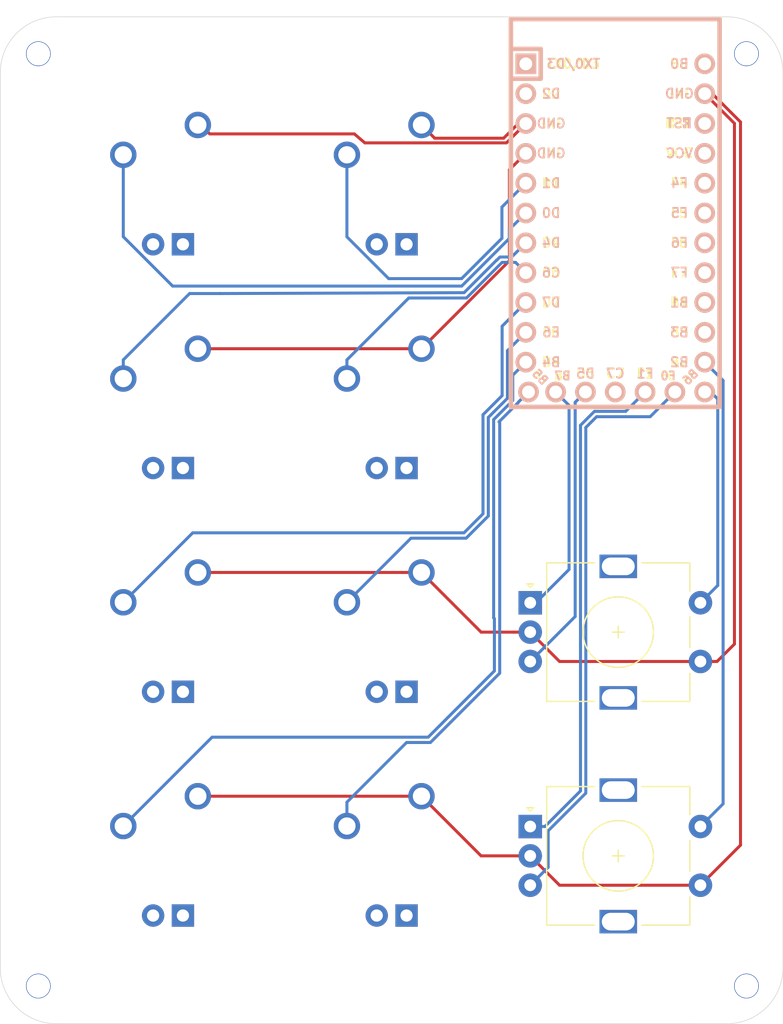
<source format=kicad_pcb>
(kicad_pcb (version 20171130) (host pcbnew "(5.1.5)-2")

  (general
    (thickness 1.6)
    (drawings 14)
    (tracks 137)
    (zones 0)
    (modules 11)
    (nets 28)
  )

  (page A4)
  (layers
    (0 F.Cu signal)
    (31 B.Cu signal)
    (32 B.Adhes user)
    (33 F.Adhes user)
    (34 B.Paste user)
    (35 F.Paste user)
    (36 B.SilkS user)
    (37 F.SilkS user)
    (38 B.Mask user)
    (39 F.Mask user)
    (40 Dwgs.User user)
    (41 Cmts.User user)
    (42 Eco1.User user)
    (43 Eco2.User user)
    (44 Edge.Cuts user)
    (45 Margin user)
    (46 B.CrtYd user)
    (47 F.CrtYd user)
    (48 B.Fab user)
    (49 F.Fab user)
  )

  (setup
    (last_trace_width 0.254)
    (trace_clearance 0.2)
    (zone_clearance 0.508)
    (zone_45_only no)
    (trace_min 0.2)
    (via_size 0.8)
    (via_drill 0.4)
    (via_min_size 0.4)
    (via_min_drill 0.3)
    (user_via 2.1 2)
    (uvia_size 0.3)
    (uvia_drill 0.1)
    (uvias_allowed no)
    (uvia_min_size 0.2)
    (uvia_min_drill 0.1)
    (edge_width 0.05)
    (segment_width 0.2)
    (pcb_text_width 0.3)
    (pcb_text_size 1.5 1.5)
    (mod_edge_width 0.12)
    (mod_text_size 1 1)
    (mod_text_width 0.15)
    (pad_size 1.524 1.524)
    (pad_drill 0.762)
    (pad_to_mask_clearance 0.051)
    (solder_mask_min_width 0.25)
    (aux_axis_origin 0 0)
    (visible_elements 7FFFFFFF)
    (pcbplotparams
      (layerselection 0x010fc_ffffffff)
      (usegerberextensions false)
      (usegerberattributes false)
      (usegerberadvancedattributes false)
      (creategerberjobfile false)
      (excludeedgelayer true)
      (linewidth 0.100000)
      (plotframeref false)
      (viasonmask false)
      (mode 1)
      (useauxorigin false)
      (hpglpennumber 1)
      (hpglpenspeed 20)
      (hpglpendiameter 15.000000)
      (psnegative false)
      (psa4output false)
      (plotreference true)
      (plotvalue true)
      (plotinvisibletext false)
      (padsonsilk false)
      (subtractmaskfromsilk false)
      (outputformat 1)
      (mirror false)
      (drillshape 0)
      (scaleselection 1)
      (outputdirectory "C:/Users/JasonNgo/Downloads/"))
  )

  (net 0 "")
  (net 1 SWA1)
  (net 2 GND)
  (net 3 SWB1)
  (net 4 SWB2)
  (net 5 SWC1)
  (net 6 SWC2)
  (net 7 SWD1)
  (net 8 SWD2)
  (net 9 "Net-(U1-Pad27)")
  (net 10 "Net-(U1-Pad24)")
  (net 11 "Net-(U1-Pad22)")
  (net 12 VCC)
  (net 13 SWA2)
  (net 14 "Net-(U1-Pad2)")
  (net 15 "Net-(U1-Pad1)")
  (net 16 Enc1A)
  (net 17 Enc1B)
  (net 18 SWC3)
  (net 19 Enc2A)
  (net 20 Enc2B)
  (net 21 SWD3)
  (net 22 "Net-(U1-Pad15)")
  (net 23 "Net-(U1-Pad16)")
  (net 24 "Net-(U1-Pad17)")
  (net 25 "Net-(U1-Pad18)")
  (net 26 "Net-(U1-Pad19)")
  (net 27 "Net-(U1-Pad20)")

  (net_class Default "This is the default net class."
    (clearance 0.2)
    (trace_width 0.254)
    (via_dia 0.8)
    (via_drill 0.4)
    (uvia_dia 0.3)
    (uvia_drill 0.1)
    (add_net Enc1A)
    (add_net Enc1B)
    (add_net Enc2A)
    (add_net Enc2B)
    (add_net GND)
    (add_net "Net-(U1-Pad1)")
    (add_net "Net-(U1-Pad15)")
    (add_net "Net-(U1-Pad16)")
    (add_net "Net-(U1-Pad17)")
    (add_net "Net-(U1-Pad18)")
    (add_net "Net-(U1-Pad19)")
    (add_net "Net-(U1-Pad2)")
    (add_net "Net-(U1-Pad20)")
    (add_net "Net-(U1-Pad22)")
    (add_net "Net-(U1-Pad24)")
    (add_net "Net-(U1-Pad27)")
    (add_net SWA1)
    (add_net SWA2)
    (add_net SWB1)
    (add_net SWB2)
    (add_net SWC1)
    (add_net SWC2)
    (add_net SWC3)
    (add_net SWD1)
    (add_net SWD2)
    (add_net SWD3)
    (add_net VCC)
  )

  (net_class Power ""
    (clearance 0.2)
    (trace_width 0.381)
    (via_dia 0.8)
    (via_drill 0.4)
    (uvia_dia 0.3)
    (uvia_drill 0.1)
  )

  (module Keebio-Parts:Elite-C (layer F.Cu) (tedit 5BDF551E) (tstamp 5DFAB5E7)
    (at 128.524 31.496 270)
    (path /5DFA8FFC)
    (fp_text reference U1 (at 0 1.625 270) (layer F.SilkS) hide
      (effects (font (size 1.2 1.2) (thickness 0.2032)))
    )
    (fp_text value Elite-C (at 0 0 270) (layer F.SilkS) hide
      (effects (font (size 1.2 1.2) (thickness 0.2032)))
    )
    (fp_line (start -12.7 6.35) (end -12.7 8.89) (layer B.SilkS) (width 0.381))
    (fp_line (start -15.24 6.35) (end -12.7 6.35) (layer B.SilkS) (width 0.381))
    (fp_text user D2 (at -11.43 5.461 180) (layer B.SilkS)
      (effects (font (size 0.8 0.8) (thickness 0.15)) (justify mirror))
    )
    (fp_text user D0 (at -1.27 5.461 180) (layer B.SilkS)
      (effects (font (size 0.8 0.8) (thickness 0.15)) (justify mirror))
    )
    (fp_text user D1 (at -3.81 5.461 180) (layer B.SilkS)
      (effects (font (size 0.8 0.8) (thickness 0.15)) (justify mirror))
    )
    (fp_text user GND (at -6.35 5.461 180) (layer B.SilkS)
      (effects (font (size 0.8 0.8) (thickness 0.15)) (justify mirror))
    )
    (fp_text user GND (at -8.89 5.461 180) (layer B.SilkS)
      (effects (font (size 0.8 0.8) (thickness 0.15)) (justify mirror))
    )
    (fp_text user D4 (at 1.27 5.461 180) (layer B.SilkS)
      (effects (font (size 0.8 0.8) (thickness 0.15)) (justify mirror))
    )
    (fp_text user C6 (at 3.81 5.461 180) (layer B.SilkS)
      (effects (font (size 0.8 0.8) (thickness 0.15)) (justify mirror))
    )
    (fp_text user D7 (at 6.35 5.461 180) (layer B.SilkS)
      (effects (font (size 0.8 0.8) (thickness 0.15)) (justify mirror))
    )
    (fp_text user E6 (at 8.89 5.461 180) (layer B.SilkS)
      (effects (font (size 0.8 0.8) (thickness 0.15)) (justify mirror))
    )
    (fp_text user B4 (at 11.43 5.461 180) (layer B.SilkS)
      (effects (font (size 0.8 0.8) (thickness 0.15)) (justify mirror))
    )
    (fp_text user B5 (at 12.7 6.4 135) (layer B.SilkS)
      (effects (font (size 0.7 0.7) (thickness 0.15)) (justify mirror))
    )
    (fp_text user B2 (at 11.43 -5.461 180) (layer F.SilkS)
      (effects (font (size 0.8 0.8) (thickness 0.15)))
    )
    (fp_text user B3 (at 8.89 -5.461 180) (layer B.SilkS)
      (effects (font (size 0.8 0.8) (thickness 0.15)) (justify mirror))
    )
    (fp_text user B1 (at 6.35 -5.461 180) (layer B.SilkS)
      (effects (font (size 0.8 0.8) (thickness 0.15)) (justify mirror))
    )
    (fp_text user F7 (at 3.81 -5.461 180) (layer F.SilkS)
      (effects (font (size 0.8 0.8) (thickness 0.15)))
    )
    (fp_text user F6 (at 1.27 -5.461 180) (layer F.SilkS)
      (effects (font (size 0.8 0.8) (thickness 0.15)))
    )
    (fp_text user F5 (at -1.27 -5.461 180) (layer F.SilkS)
      (effects (font (size 0.8 0.8) (thickness 0.15)))
    )
    (fp_text user F4 (at -3.81 -5.461 180) (layer B.SilkS)
      (effects (font (size 0.8 0.8) (thickness 0.15)) (justify mirror))
    )
    (fp_text user VCC (at -6.35 -5.461 180) (layer B.SilkS)
      (effects (font (size 0.8 0.8) (thickness 0.15)) (justify mirror))
    )
    (fp_text user GND (at -11.43 -5.461 180) (layer B.SilkS)
      (effects (font (size 0.8 0.8) (thickness 0.15)) (justify mirror))
    )
    (fp_text user B0 (at -13.97 -5.461 180) (layer B.SilkS)
      (effects (font (size 0.8 0.8) (thickness 0.15)) (justify mirror))
    )
    (fp_text user B0 (at -13.97 -5.461 180) (layer F.SilkS)
      (effects (font (size 0.8 0.8) (thickness 0.15)))
    )
    (fp_text user GND (at -11.43 -5.461 180) (layer F.SilkS)
      (effects (font (size 0.8 0.8) (thickness 0.15)))
    )
    (fp_text user ST (at -8.92 -5.73312 180) (layer F.SilkS)
      (effects (font (size 0.8 0.8) (thickness 0.15)))
    )
    (fp_text user VCC (at -6.35 -5.461 180) (layer F.SilkS)
      (effects (font (size 0.8 0.8) (thickness 0.15)))
    )
    (fp_text user F4 (at -3.81 -5.461 180) (layer F.SilkS)
      (effects (font (size 0.8 0.8) (thickness 0.15)))
    )
    (fp_text user F5 (at -1.27 -5.461 180) (layer B.SilkS)
      (effects (font (size 0.8 0.8) (thickness 0.15)) (justify mirror))
    )
    (fp_text user F6 (at 1.27 -5.461 180) (layer B.SilkS)
      (effects (font (size 0.8 0.8) (thickness 0.15)) (justify mirror))
    )
    (fp_text user F7 (at 3.81 -5.461 180) (layer B.SilkS)
      (effects (font (size 0.8 0.8) (thickness 0.15)) (justify mirror))
    )
    (fp_text user B1 (at 6.35 -5.461 180) (layer F.SilkS)
      (effects (font (size 0.8 0.8) (thickness 0.15)))
    )
    (fp_text user B3 (at 8.89 -5.461 180) (layer F.SilkS)
      (effects (font (size 0.8 0.8) (thickness 0.15)))
    )
    (fp_text user B2 (at 11.43 -5.461 180) (layer B.SilkS)
      (effects (font (size 0.8 0.8) (thickness 0.15)) (justify mirror))
    )
    (fp_text user B5 (at 12.7 6.4 135) (layer F.SilkS)
      (effects (font (size 0.7 0.7) (thickness 0.15)))
    )
    (fp_text user B4 (at 11.43 5.461 180) (layer F.SilkS)
      (effects (font (size 0.8 0.8) (thickness 0.15)))
    )
    (fp_text user E6 (at 8.89 5.461 180) (layer F.SilkS)
      (effects (font (size 0.8 0.8) (thickness 0.15)))
    )
    (fp_text user D7 (at 6.35 5.461 180) (layer F.SilkS)
      (effects (font (size 0.8 0.8) (thickness 0.15)))
    )
    (fp_text user C6 (at 3.81 5.461 180) (layer F.SilkS)
      (effects (font (size 0.8 0.8) (thickness 0.15)))
    )
    (fp_text user D4 (at 1.27 5.461 180) (layer F.SilkS)
      (effects (font (size 0.8 0.8) (thickness 0.15)))
    )
    (fp_text user GND (at -8.89 5.461 180) (layer F.SilkS)
      (effects (font (size 0.8 0.8) (thickness 0.15)))
    )
    (fp_text user GND (at -6.35 5.461 180) (layer F.SilkS)
      (effects (font (size 0.8 0.8) (thickness 0.15)))
    )
    (fp_text user D1 (at -3.81 5.461 180) (layer F.SilkS)
      (effects (font (size 0.8 0.8) (thickness 0.15)))
    )
    (fp_text user D0 (at -1.27 5.461 180) (layer F.SilkS)
      (effects (font (size 0.8 0.8) (thickness 0.15)))
    )
    (fp_text user D2 (at -11.43 5.461 180) (layer F.SilkS)
      (effects (font (size 0.8 0.8) (thickness 0.15)))
    )
    (fp_text user TX0/D3 (at -13.97 3.571872 180) (layer B.SilkS)
      (effects (font (size 0.8 0.8) (thickness 0.15)) (justify mirror))
    )
    (fp_text user TX0/D3 (at -13.97 3.571872 180) (layer F.SilkS)
      (effects (font (size 0.8 0.8) (thickness 0.15)))
    )
    (fp_line (start -15.24 8.89) (end 15.24 8.89) (layer F.SilkS) (width 0.381))
    (fp_line (start 15.24 8.89) (end 15.24 -8.89) (layer F.SilkS) (width 0.381))
    (fp_line (start 15.24 -8.89) (end -15.24 -8.89) (layer F.SilkS) (width 0.381))
    (fp_line (start -15.24 6.35) (end -12.7 6.35) (layer F.SilkS) (width 0.381))
    (fp_line (start -12.7 6.35) (end -12.7 8.89) (layer F.SilkS) (width 0.381))
    (fp_poly (pts (xy -9.36064 -4.931568) (xy -9.06064 -4.931568) (xy -9.06064 -4.831568) (xy -9.36064 -4.831568)) (layer F.SilkS) (width 0.15))
    (fp_poly (pts (xy -8.96064 -4.731568) (xy -8.86064 -4.731568) (xy -8.86064 -4.631568) (xy -8.96064 -4.631568)) (layer F.SilkS) (width 0.15))
    (fp_poly (pts (xy -9.36064 -4.931568) (xy -9.26064 -4.931568) (xy -9.26064 -4.431568) (xy -9.36064 -4.431568)) (layer F.SilkS) (width 0.15))
    (fp_poly (pts (xy -9.36064 -4.531568) (xy -8.56064 -4.531568) (xy -8.56064 -4.431568) (xy -9.36064 -4.431568)) (layer F.SilkS) (width 0.15))
    (fp_poly (pts (xy -8.76064 -4.931568) (xy -8.56064 -4.931568) (xy -8.56064 -4.831568) (xy -8.76064 -4.831568)) (layer F.SilkS) (width 0.15))
    (fp_text user ST (at -8.91 -5.04 180) (layer B.SilkS)
      (effects (font (size 0.8 0.8) (thickness 0.15)) (justify mirror))
    )
    (fp_poly (pts (xy -8.95097 -6.044635) (xy -8.85097 -6.044635) (xy -8.85097 -6.144635) (xy -8.95097 -6.144635)) (layer B.SilkS) (width 0.15))
    (fp_poly (pts (xy -9.35097 -6.244635) (xy -8.55097 -6.244635) (xy -8.55097 -6.344635) (xy -9.35097 -6.344635)) (layer B.SilkS) (width 0.15))
    (fp_poly (pts (xy -8.75097 -5.844635) (xy -8.55097 -5.844635) (xy -8.55097 -5.944635) (xy -8.75097 -5.944635)) (layer B.SilkS) (width 0.15))
    (fp_poly (pts (xy -9.35097 -5.844635) (xy -9.05097 -5.844635) (xy -9.05097 -5.944635) (xy -9.35097 -5.944635)) (layer B.SilkS) (width 0.15))
    (fp_poly (pts (xy -9.35097 -5.844635) (xy -9.25097 -5.844635) (xy -9.25097 -6.344635) (xy -9.35097 -6.344635)) (layer B.SilkS) (width 0.15))
    (fp_line (start 15.24 -8.89) (end -17.78 -8.89) (layer B.SilkS) (width 0.381))
    (fp_line (start 15.24 8.89) (end 15.24 -8.89) (layer B.SilkS) (width 0.381))
    (fp_line (start -17.78 8.89) (end 15.24 8.89) (layer B.SilkS) (width 0.381))
    (fp_line (start -17.78 -8.89) (end -17.78 8.89) (layer B.SilkS) (width 0.381))
    (fp_line (start -15.24 -8.89) (end -17.78 -8.89) (layer F.SilkS) (width 0.381))
    (fp_line (start -17.78 -8.89) (end -17.78 8.89) (layer F.SilkS) (width 0.381))
    (fp_line (start -17.78 8.89) (end -15.24 8.89) (layer F.SilkS) (width 0.381))
    (fp_line (start -14.224 -3.556) (end -14.224 3.81) (layer Dwgs.User) (width 0.2))
    (fp_line (start -14.224 3.81) (end -19.304 3.81) (layer Dwgs.User) (width 0.2))
    (fp_line (start -19.304 3.81) (end -19.304 -3.556) (layer Dwgs.User) (width 0.2))
    (fp_line (start -19.304 -3.556) (end -14.224 -3.556) (layer Dwgs.User) (width 0.2))
    (fp_line (start -15.24 6.35) (end -15.24 8.89) (layer B.SilkS) (width 0.381))
    (fp_line (start -15.24 6.35) (end -15.24 8.89) (layer F.SilkS) (width 0.381))
    (fp_text user B7 (at 12.6 4.5 180) (layer F.SilkS)
      (effects (font (size 0.7 0.7) (thickness 0.15)))
    )
    (fp_text user B7 (at 12.6 4.5 180) (layer B.SilkS)
      (effects (font (size 0.7 0.7) (thickness 0.15)) (justify mirror))
    )
    (fp_text user F0 (at 12.6 -4.5 180) (layer B.SilkS)
      (effects (font (size 0.7 0.7) (thickness 0.15)) (justify mirror))
    )
    (fp_text user F0 (at 12.6 -4.5 180) (layer F.SilkS)
      (effects (font (size 0.7 0.7) (thickness 0.15)))
    )
    (fp_text user B6 (at 12.7 -6.4 45 unlocked) (layer F.SilkS)
      (effects (font (size 0.7 0.7) (thickness 0.15)))
    )
    (fp_text user B6 (at 12.7 -6.4 45 unlocked) (layer B.SilkS)
      (effects (font (size 0.7 0.7) (thickness 0.15)) (justify mirror))
    )
    (fp_text user C7 (at 12.4 0 180) (layer F.SilkS)
      (effects (font (size 0.8 0.8) (thickness 0.15)))
    )
    (fp_text user C7 (at 12.4 0 180) (layer B.SilkS)
      (effects (font (size 0.8 0.8) (thickness 0.15)) (justify mirror))
    )
    (fp_text user F1 (at 12.4 -2.54 180) (layer B.SilkS)
      (effects (font (size 0.8 0.8) (thickness 0.15)) (justify mirror))
    )
    (fp_text user F1 (at 12.4 -2.54 180) (layer F.SilkS)
      (effects (font (size 0.8 0.8) (thickness 0.15)))
    )
    (fp_text user D5 (at 12.4 2.54 180) (layer F.SilkS)
      (effects (font (size 0.8 0.8) (thickness 0.15)))
    )
    (fp_text user D5 (at 12.4 2.54 180) (layer B.SilkS)
      (effects (font (size 0.8 0.8) (thickness 0.15)) (justify mirror))
    )
    (pad 1 thru_hole rect (at -13.97 7.62 270) (size 1.7526 1.7526) (drill 1.0922) (layers *.Cu *.SilkS *.Mask)
      (net 15 "Net-(U1-Pad1)"))
    (pad 2 thru_hole circle (at -11.43 7.62 270) (size 1.7526 1.7526) (drill 1.0922) (layers *.Cu *.SilkS *.Mask)
      (net 14 "Net-(U1-Pad2)"))
    (pad 3 thru_hole circle (at -8.89 7.62 270) (size 1.7526 1.7526) (drill 1.0922) (layers *.Cu *.SilkS *.Mask)
      (net 2 GND))
    (pad 4 thru_hole circle (at -6.35 7.62 270) (size 1.7526 1.7526) (drill 1.0922) (layers *.Cu *.SilkS *.Mask)
      (net 2 GND))
    (pad 5 thru_hole circle (at -3.81 7.62 270) (size 1.7526 1.7526) (drill 1.0922) (layers *.Cu *.SilkS *.Mask)
      (net 13 SWA2))
    (pad 6 thru_hole circle (at -1.27 7.62 270) (size 1.7526 1.7526) (drill 1.0922) (layers *.Cu *.SilkS *.Mask)
      (net 1 SWA1))
    (pad 7 thru_hole circle (at 1.27 7.62 270) (size 1.7526 1.7526) (drill 1.0922) (layers *.Cu *.SilkS *.Mask)
      (net 3 SWB1))
    (pad 8 thru_hole circle (at 3.81 7.62 270) (size 1.7526 1.7526) (drill 1.0922) (layers *.Cu *.SilkS *.Mask)
      (net 4 SWB2))
    (pad 9 thru_hole circle (at 6.35 7.62 270) (size 1.7526 1.7526) (drill 1.0922) (layers *.Cu *.SilkS *.Mask)
      (net 5 SWC1))
    (pad 10 thru_hole circle (at 8.89 7.62 270) (size 1.7526 1.7526) (drill 1.0922) (layers *.Cu *.SilkS *.Mask)
      (net 6 SWC2))
    (pad 11 thru_hole circle (at 11.43 7.62 270) (size 1.7526 1.7526) (drill 1.0922) (layers *.Cu *.SilkS *.Mask)
      (net 7 SWD1))
    (pad 13 thru_hole circle (at 13.97 -7.62 270) (size 1.7526 1.7526) (drill 1.0922) (layers *.Cu *.SilkS *.Mask)
      (net 18 SWC3))
    (pad 14 thru_hole circle (at 11.43 -7.62 270) (size 1.7526 1.7526) (drill 1.0922) (layers *.Cu *.SilkS *.Mask)
      (net 21 SWD3))
    (pad 15 thru_hole circle (at 8.89 -7.62 270) (size 1.7526 1.7526) (drill 1.0922) (layers *.Cu *.SilkS *.Mask)
      (net 22 "Net-(U1-Pad15)"))
    (pad 16 thru_hole circle (at 6.35 -7.62 270) (size 1.7526 1.7526) (drill 1.0922) (layers *.Cu *.SilkS *.Mask)
      (net 23 "Net-(U1-Pad16)"))
    (pad 17 thru_hole circle (at 3.81 -7.62 270) (size 1.7526 1.7526) (drill 1.0922) (layers *.Cu *.SilkS *.Mask)
      (net 24 "Net-(U1-Pad17)"))
    (pad 18 thru_hole circle (at 1.27 -7.62 270) (size 1.7526 1.7526) (drill 1.0922) (layers *.Cu *.SilkS *.Mask)
      (net 25 "Net-(U1-Pad18)"))
    (pad 19 thru_hole circle (at -1.27 -7.62 270) (size 1.7526 1.7526) (drill 1.0922) (layers *.Cu *.SilkS *.Mask)
      (net 26 "Net-(U1-Pad19)"))
    (pad 20 thru_hole circle (at -3.81 -7.62 270) (size 1.7526 1.7526) (drill 1.0922) (layers *.Cu *.SilkS *.Mask)
      (net 27 "Net-(U1-Pad20)"))
    (pad 21 thru_hole circle (at -6.35 -7.62 270) (size 1.7526 1.7526) (drill 1.0922) (layers *.Cu *.SilkS *.Mask)
      (net 12 VCC))
    (pad 22 thru_hole circle (at -8.89 -7.62 270) (size 1.7526 1.7526) (drill 1.0922) (layers *.Cu *.SilkS *.Mask)
      (net 11 "Net-(U1-Pad22)"))
    (pad 23 thru_hole circle (at -11.43 -7.62 270) (size 1.7526 1.7526) (drill 1.0922) (layers *.Cu *.SilkS *.Mask)
      (net 2 GND))
    (pad 12 thru_hole circle (at 13.97 7.3914 270) (size 1.7526 1.7526) (drill 1.0922) (layers *.Cu *.SilkS *.Mask)
      (net 8 SWD2))
    (pad 24 thru_hole circle (at -13.97 -7.62 270) (size 1.7526 1.7526) (drill 1.0922) (layers *.Cu *.SilkS *.Mask)
      (net 10 "Net-(U1-Pad24)"))
    (pad 29 thru_hole circle (at 13.97 -5.08 270) (size 1.7526 1.7526) (drill 1.0922) (layers *.Cu *.SilkS *.Mask)
      (net 20 Enc2B))
    (pad 28 thru_hole circle (at 13.97 -2.54 270) (size 1.7526 1.7526) (drill 1.0922) (layers *.Cu *.SilkS *.Mask)
      (net 19 Enc2A))
    (pad 27 thru_hole circle (at 13.97 0 270) (size 1.7526 1.7526) (drill 1.0922) (layers *.Cu *.SilkS *.Mask)
      (net 9 "Net-(U1-Pad27)"))
    (pad 26 thru_hole circle (at 13.97 2.54 270) (size 1.7526 1.7526) (drill 1.0922) (layers *.Cu *.SilkS *.Mask)
      (net 17 Enc1B))
    (pad 25 thru_hole circle (at 13.97 5.08 270) (size 1.7526 1.7526) (drill 1.0922) (layers *.Cu *.SilkS *.Mask)
      (net 16 Enc1A))
    (model /Users/danny/Documents/proj/custom-keyboard/kicad-libs/3d_models/ArduinoProMicro.wrl
      (offset (xyz -13.96999979019165 -7.619999885559082 -5.841999912261963))
      (scale (xyz 0.395 0.395 0.395))
      (rotate (xyz 90 180 180))
    )
  )

  (module Keebio-Parts:RotaryEncoder_EC11 (layer F.Cu) (tedit 5D936EDB) (tstamp 5DFD99DB)
    (at 128.778 84.963)
    (descr "Alps rotary encoder, EC12E... with switch, vertical shaft, http://www.alps.com/prod/info/E/HTML/Encoder/Incremental/EC11/EC11E15204A3.html")
    (tags "rotary encoder")
    (path /5E04C0DB)
    (fp_text reference SW_E2 (at -4.7 -7.2) (layer F.Fab)
      (effects (font (size 1 1) (thickness 0.15)))
    )
    (fp_text value Rotary_Encoder_Switch (at 0 7.9) (layer F.Fab)
      (effects (font (size 1 1) (thickness 0.15)))
    )
    (fp_circle (center 0 0) (end 3 0) (layer F.Fab) (width 0.12))
    (fp_circle (center 0 0) (end 3 0) (layer F.SilkS) (width 0.12))
    (fp_line (start 8.5 7.1) (end -9 7.1) (layer F.CrtYd) (width 0.05))
    (fp_line (start 8.5 7.1) (end 8.5 -7.1) (layer F.CrtYd) (width 0.05))
    (fp_line (start -9 -7.1) (end -9 7.1) (layer F.CrtYd) (width 0.05))
    (fp_line (start -9 -7.1) (end 8.5 -7.1) (layer F.CrtYd) (width 0.05))
    (fp_line (start -5 -5.8) (end 6 -5.8) (layer F.Fab) (width 0.12))
    (fp_line (start 6 -5.8) (end 6 5.8) (layer F.Fab) (width 0.12))
    (fp_line (start 6 5.8) (end -6 5.8) (layer F.Fab) (width 0.12))
    (fp_line (start -6 5.8) (end -6 -4.7) (layer F.Fab) (width 0.12))
    (fp_line (start -6 -4.7) (end -5 -5.8) (layer F.Fab) (width 0.12))
    (fp_line (start 2 -5.9) (end 6.1 -5.9) (layer F.SilkS) (width 0.12))
    (fp_line (start 6.1 5.9) (end 2 5.9) (layer F.SilkS) (width 0.12))
    (fp_line (start -2 5.9) (end -6.1 5.9) (layer F.SilkS) (width 0.12))
    (fp_line (start -2 -5.9) (end -6.1 -5.9) (layer F.SilkS) (width 0.12))
    (fp_line (start -6.1 -5.9) (end -6.1 5.9) (layer F.SilkS) (width 0.12))
    (fp_line (start -7.5 -3.8) (end -7.8 -4.1) (layer F.SilkS) (width 0.12))
    (fp_line (start -7.8 -4.1) (end -7.2 -4.1) (layer F.SilkS) (width 0.12))
    (fp_line (start -7.2 -4.1) (end -7.5 -3.8) (layer F.SilkS) (width 0.12))
    (fp_line (start 0 -3) (end 0 3) (layer F.Fab) (width 0.12))
    (fp_line (start -3 0) (end 3 0) (layer F.Fab) (width 0.12))
    (fp_line (start 6.1 -5.9) (end 6.1 -3.5) (layer F.SilkS) (width 0.12))
    (fp_line (start 6.1 -1.3) (end 6.1 1.3) (layer F.SilkS) (width 0.12))
    (fp_line (start 6.1 3.5) (end 6.1 5.9) (layer F.SilkS) (width 0.12))
    (fp_line (start 0 -0.5) (end 0 0.5) (layer F.SilkS) (width 0.12))
    (fp_line (start -0.5 0) (end 0.5 0) (layer F.SilkS) (width 0.12))
    (fp_text user %R (at 3.6 3.8) (layer F.Fab)
      (effects (font (size 1 1) (thickness 0.15)))
    )
    (pad S1 thru_hole circle (at 7 2.5) (size 2 2) (drill 1) (layers *.Cu *.Mask)
      (net 2 GND))
    (pad S2 thru_hole circle (at 7 -2.5) (size 2 2) (drill 1) (layers *.Cu *.Mask)
      (net 21 SWD3))
    (pad "" np_thru_hole rect (at 0 5.6) (size 3.2 2) (drill oval 2.8 1.5) (layers *.Cu *.Mask))
    (pad "" np_thru_hole rect (at 0 -5.6) (size 3.2 2) (drill oval 2.8 1.5) (layers *.Cu *.Mask))
    (pad B thru_hole circle (at -7.5 2.5) (size 2 2) (drill 1) (layers *.Cu *.Mask)
      (net 20 Enc2B))
    (pad C thru_hole circle (at -7.5 0) (size 2 2) (drill 1) (layers *.Cu *.Mask)
      (net 2 GND))
    (pad A thru_hole rect (at -7.5 -2.5) (size 2 2) (drill 1) (layers *.Cu *.Mask)
      (net 19 Enc2A))
    (model ${KISYS3DMOD}/Rotary_Encoder.3dshapes/RotaryEncoder_Alps_EC11E-Switch_Vertical_H20mm.wrl
      (at (xyz 0 0 0))
      (scale (xyz 1 1 1))
      (rotate (xyz 0 0 0))
    )
  )

  (module MX_Only:MXOnly-1U (layer F.Cu) (tedit 5AC9901D) (tstamp 5DFAB4E4)
    (at 109.474 27.813)
    (path /5E034F42)
    (fp_text reference SW_A2 (at 0 3.175) (layer Dwgs.User)
      (effects (font (size 1 1) (thickness 0.15)))
    )
    (fp_text value MX_LED (at 0 -7.9375) (layer Dwgs.User)
      (effects (font (size 1 1) (thickness 0.15)))
    )
    (fp_line (start 5 -7) (end 7 -7) (layer Dwgs.User) (width 0.15))
    (fp_line (start 7 -7) (end 7 -5) (layer Dwgs.User) (width 0.15))
    (fp_line (start 5 7) (end 7 7) (layer Dwgs.User) (width 0.15))
    (fp_line (start 7 7) (end 7 5) (layer Dwgs.User) (width 0.15))
    (fp_line (start -7 5) (end -7 7) (layer Dwgs.User) (width 0.15))
    (fp_line (start -7 7) (end -5 7) (layer Dwgs.User) (width 0.15))
    (fp_line (start -5 -7) (end -7 -7) (layer Dwgs.User) (width 0.15))
    (fp_line (start -7 -7) (end -7 -5) (layer Dwgs.User) (width 0.15))
    (fp_line (start -9.525 -9.525) (end 9.525 -9.525) (layer Dwgs.User) (width 0.15))
    (fp_line (start 9.525 -9.525) (end 9.525 9.525) (layer Dwgs.User) (width 0.15))
    (fp_line (start 9.525 9.525) (end -9.525 9.525) (layer Dwgs.User) (width 0.15))
    (fp_line (start -9.525 9.525) (end -9.525 -9.525) (layer Dwgs.User) (width 0.15))
    (pad 2 thru_hole circle (at 2.54 -5.08) (size 2.25 2.25) (drill 1.47) (layers *.Cu B.Mask)
      (net 2 GND))
    (pad "" np_thru_hole circle (at 0 0) (size 3.9878 3.9878) (drill 3.9878) (layers *.Cu *.Mask))
    (pad 1 thru_hole circle (at -3.81 -2.54) (size 2.25 2.25) (drill 1.47) (layers *.Cu B.Mask)
      (net 13 SWA2))
    (pad 3 thru_hole circle (at -1.27 5.08) (size 1.905 1.905) (drill 1.04) (layers *.Cu B.Mask))
    (pad 4 thru_hole rect (at 1.27 5.08) (size 1.905 1.905) (drill 1.04) (layers *.Cu B.Mask))
    (pad "" np_thru_hole circle (at -5.08 0 48.0996) (size 1.75 1.75) (drill 1.75) (layers *.Cu *.Mask))
    (pad "" np_thru_hole circle (at 5.08 0 48.0996) (size 1.75 1.75) (drill 1.75) (layers *.Cu *.Mask))
  )

  (module Keebio-Parts:RotaryEncoder_EC11 (layer F.Cu) (tedit 5D936EDB) (tstamp 5DFD97D0)
    (at 128.778 65.913)
    (descr "Alps rotary encoder, EC12E... with switch, vertical shaft, http://www.alps.com/prod/info/E/HTML/Encoder/Incremental/EC11/EC11E15204A3.html")
    (tags "rotary encoder")
    (path /5E04A0CF)
    (fp_text reference SW_E1 (at -4.7 -7.2) (layer F.Fab)
      (effects (font (size 1 1) (thickness 0.15)))
    )
    (fp_text value Rotary_Encoder_Switch (at 0 7.9) (layer F.Fab)
      (effects (font (size 1 1) (thickness 0.15)))
    )
    (fp_text user %R (at 3.6 3.8) (layer F.Fab)
      (effects (font (size 1 1) (thickness 0.15)))
    )
    (fp_line (start -0.5 0) (end 0.5 0) (layer F.SilkS) (width 0.12))
    (fp_line (start 0 -0.5) (end 0 0.5) (layer F.SilkS) (width 0.12))
    (fp_line (start 6.1 3.5) (end 6.1 5.9) (layer F.SilkS) (width 0.12))
    (fp_line (start 6.1 -1.3) (end 6.1 1.3) (layer F.SilkS) (width 0.12))
    (fp_line (start 6.1 -5.9) (end 6.1 -3.5) (layer F.SilkS) (width 0.12))
    (fp_line (start -3 0) (end 3 0) (layer F.Fab) (width 0.12))
    (fp_line (start 0 -3) (end 0 3) (layer F.Fab) (width 0.12))
    (fp_line (start -7.2 -4.1) (end -7.5 -3.8) (layer F.SilkS) (width 0.12))
    (fp_line (start -7.8 -4.1) (end -7.2 -4.1) (layer F.SilkS) (width 0.12))
    (fp_line (start -7.5 -3.8) (end -7.8 -4.1) (layer F.SilkS) (width 0.12))
    (fp_line (start -6.1 -5.9) (end -6.1 5.9) (layer F.SilkS) (width 0.12))
    (fp_line (start -2 -5.9) (end -6.1 -5.9) (layer F.SilkS) (width 0.12))
    (fp_line (start -2 5.9) (end -6.1 5.9) (layer F.SilkS) (width 0.12))
    (fp_line (start 6.1 5.9) (end 2 5.9) (layer F.SilkS) (width 0.12))
    (fp_line (start 2 -5.9) (end 6.1 -5.9) (layer F.SilkS) (width 0.12))
    (fp_line (start -6 -4.7) (end -5 -5.8) (layer F.Fab) (width 0.12))
    (fp_line (start -6 5.8) (end -6 -4.7) (layer F.Fab) (width 0.12))
    (fp_line (start 6 5.8) (end -6 5.8) (layer F.Fab) (width 0.12))
    (fp_line (start 6 -5.8) (end 6 5.8) (layer F.Fab) (width 0.12))
    (fp_line (start -5 -5.8) (end 6 -5.8) (layer F.Fab) (width 0.12))
    (fp_line (start -9 -7.1) (end 8.5 -7.1) (layer F.CrtYd) (width 0.05))
    (fp_line (start -9 -7.1) (end -9 7.1) (layer F.CrtYd) (width 0.05))
    (fp_line (start 8.5 7.1) (end 8.5 -7.1) (layer F.CrtYd) (width 0.05))
    (fp_line (start 8.5 7.1) (end -9 7.1) (layer F.CrtYd) (width 0.05))
    (fp_circle (center 0 0) (end 3 0) (layer F.SilkS) (width 0.12))
    (fp_circle (center 0 0) (end 3 0) (layer F.Fab) (width 0.12))
    (pad A thru_hole rect (at -7.5 -2.5) (size 2 2) (drill 1) (layers *.Cu *.Mask)
      (net 16 Enc1A))
    (pad C thru_hole circle (at -7.5 0) (size 2 2) (drill 1) (layers *.Cu *.Mask)
      (net 2 GND))
    (pad B thru_hole circle (at -7.5 2.5) (size 2 2) (drill 1) (layers *.Cu *.Mask)
      (net 17 Enc1B))
    (pad "" np_thru_hole rect (at 0 -5.6) (size 3.2 2) (drill oval 2.8 1.5) (layers *.Cu *.Mask))
    (pad "" np_thru_hole rect (at 0 5.6) (size 3.2 2) (drill oval 2.8 1.5) (layers *.Cu *.Mask))
    (pad S2 thru_hole circle (at 7 -2.5) (size 2 2) (drill 1) (layers *.Cu *.Mask)
      (net 18 SWC3))
    (pad S1 thru_hole circle (at 7 2.5) (size 2 2) (drill 1) (layers *.Cu *.Mask)
      (net 2 GND))
    (model ${KISYS3DMOD}/Rotary_Encoder.3dshapes/RotaryEncoder_Alps_EC11E-Switch_Vertical_H20mm.wrl
      (at (xyz 0 0 0))
      (scale (xyz 1 1 1))
      (rotate (xyz 0 0 0))
    )
  )

  (module MX_Only:MXOnly-1U (layer F.Cu) (tedit 5AC9901D) (tstamp 5DFAB4FB)
    (at 90.424 46.863)
    (path /5E038B86)
    (fp_text reference SW_B1 (at 0 3.175) (layer Dwgs.User)
      (effects (font (size 1 1) (thickness 0.15)))
    )
    (fp_text value MX_LED (at 0 -7.9375) (layer Dwgs.User)
      (effects (font (size 1 1) (thickness 0.15)))
    )
    (fp_line (start -9.525 9.525) (end -9.525 -9.525) (layer Dwgs.User) (width 0.15))
    (fp_line (start 9.525 9.525) (end -9.525 9.525) (layer Dwgs.User) (width 0.15))
    (fp_line (start 9.525 -9.525) (end 9.525 9.525) (layer Dwgs.User) (width 0.15))
    (fp_line (start -9.525 -9.525) (end 9.525 -9.525) (layer Dwgs.User) (width 0.15))
    (fp_line (start -7 -7) (end -7 -5) (layer Dwgs.User) (width 0.15))
    (fp_line (start -5 -7) (end -7 -7) (layer Dwgs.User) (width 0.15))
    (fp_line (start -7 7) (end -5 7) (layer Dwgs.User) (width 0.15))
    (fp_line (start -7 5) (end -7 7) (layer Dwgs.User) (width 0.15))
    (fp_line (start 7 7) (end 7 5) (layer Dwgs.User) (width 0.15))
    (fp_line (start 5 7) (end 7 7) (layer Dwgs.User) (width 0.15))
    (fp_line (start 7 -7) (end 7 -5) (layer Dwgs.User) (width 0.15))
    (fp_line (start 5 -7) (end 7 -7) (layer Dwgs.User) (width 0.15))
    (pad "" np_thru_hole circle (at 5.08 0 48.0996) (size 1.75 1.75) (drill 1.75) (layers *.Cu *.Mask))
    (pad "" np_thru_hole circle (at -5.08 0 48.0996) (size 1.75 1.75) (drill 1.75) (layers *.Cu *.Mask))
    (pad 4 thru_hole rect (at 1.27 5.08) (size 1.905 1.905) (drill 1.04) (layers *.Cu B.Mask))
    (pad 3 thru_hole circle (at -1.27 5.08) (size 1.905 1.905) (drill 1.04) (layers *.Cu B.Mask))
    (pad 1 thru_hole circle (at -3.81 -2.54) (size 2.25 2.25) (drill 1.47) (layers *.Cu B.Mask)
      (net 3 SWB1))
    (pad "" np_thru_hole circle (at 0 0) (size 3.9878 3.9878) (drill 3.9878) (layers *.Cu *.Mask))
    (pad 2 thru_hole circle (at 2.54 -5.08) (size 2.25 2.25) (drill 1.47) (layers *.Cu B.Mask)
      (net 2 GND))
  )

  (module MX_Only:MXOnly-1U (layer F.Cu) (tedit 5AC9901D) (tstamp 5DFAB56E)
    (at 109.474 84.963)
    (path /5E03A31C)
    (fp_text reference SW_D2 (at 0 3.175) (layer Dwgs.User)
      (effects (font (size 1 1) (thickness 0.15)))
    )
    (fp_text value MX_LED (at 0 -7.9375) (layer Dwgs.User)
      (effects (font (size 1 1) (thickness 0.15)))
    )
    (fp_line (start -9.525 9.525) (end -9.525 -9.525) (layer Dwgs.User) (width 0.15))
    (fp_line (start 9.525 9.525) (end -9.525 9.525) (layer Dwgs.User) (width 0.15))
    (fp_line (start 9.525 -9.525) (end 9.525 9.525) (layer Dwgs.User) (width 0.15))
    (fp_line (start -9.525 -9.525) (end 9.525 -9.525) (layer Dwgs.User) (width 0.15))
    (fp_line (start -7 -7) (end -7 -5) (layer Dwgs.User) (width 0.15))
    (fp_line (start -5 -7) (end -7 -7) (layer Dwgs.User) (width 0.15))
    (fp_line (start -7 7) (end -5 7) (layer Dwgs.User) (width 0.15))
    (fp_line (start -7 5) (end -7 7) (layer Dwgs.User) (width 0.15))
    (fp_line (start 7 7) (end 7 5) (layer Dwgs.User) (width 0.15))
    (fp_line (start 5 7) (end 7 7) (layer Dwgs.User) (width 0.15))
    (fp_line (start 7 -7) (end 7 -5) (layer Dwgs.User) (width 0.15))
    (fp_line (start 5 -7) (end 7 -7) (layer Dwgs.User) (width 0.15))
    (pad "" np_thru_hole circle (at 5.08 0 48.0996) (size 1.75 1.75) (drill 1.75) (layers *.Cu *.Mask))
    (pad "" np_thru_hole circle (at -5.08 0 48.0996) (size 1.75 1.75) (drill 1.75) (layers *.Cu *.Mask))
    (pad 4 thru_hole rect (at 1.27 5.08) (size 1.905 1.905) (drill 1.04) (layers *.Cu B.Mask))
    (pad 3 thru_hole circle (at -1.27 5.08) (size 1.905 1.905) (drill 1.04) (layers *.Cu B.Mask))
    (pad 1 thru_hole circle (at -3.81 -2.54) (size 2.25 2.25) (drill 1.47) (layers *.Cu B.Mask)
      (net 8 SWD2))
    (pad "" np_thru_hole circle (at 0 0) (size 3.9878 3.9878) (drill 3.9878) (layers *.Cu *.Mask))
    (pad 2 thru_hole circle (at 2.54 -5.08) (size 2.25 2.25) (drill 1.47) (layers *.Cu B.Mask)
      (net 2 GND))
  )

  (module MX_Only:MXOnly-1U (layer F.Cu) (tedit 5AC9901D) (tstamp 5DFAB557)
    (at 90.424 84.963)
    (path /5E03A316)
    (fp_text reference SW_D1 (at 0 3.175) (layer Dwgs.User)
      (effects (font (size 1 1) (thickness 0.15)))
    )
    (fp_text value MX_LED (at 0 -7.9375) (layer Dwgs.User)
      (effects (font (size 1 1) (thickness 0.15)))
    )
    (fp_line (start -9.525 9.525) (end -9.525 -9.525) (layer Dwgs.User) (width 0.15))
    (fp_line (start 9.525 9.525) (end -9.525 9.525) (layer Dwgs.User) (width 0.15))
    (fp_line (start 9.525 -9.525) (end 9.525 9.525) (layer Dwgs.User) (width 0.15))
    (fp_line (start -9.525 -9.525) (end 9.525 -9.525) (layer Dwgs.User) (width 0.15))
    (fp_line (start -7 -7) (end -7 -5) (layer Dwgs.User) (width 0.15))
    (fp_line (start -5 -7) (end -7 -7) (layer Dwgs.User) (width 0.15))
    (fp_line (start -7 7) (end -5 7) (layer Dwgs.User) (width 0.15))
    (fp_line (start -7 5) (end -7 7) (layer Dwgs.User) (width 0.15))
    (fp_line (start 7 7) (end 7 5) (layer Dwgs.User) (width 0.15))
    (fp_line (start 5 7) (end 7 7) (layer Dwgs.User) (width 0.15))
    (fp_line (start 7 -7) (end 7 -5) (layer Dwgs.User) (width 0.15))
    (fp_line (start 5 -7) (end 7 -7) (layer Dwgs.User) (width 0.15))
    (pad "" np_thru_hole circle (at 5.08 0 48.0996) (size 1.75 1.75) (drill 1.75) (layers *.Cu *.Mask))
    (pad "" np_thru_hole circle (at -5.08 0 48.0996) (size 1.75 1.75) (drill 1.75) (layers *.Cu *.Mask))
    (pad 4 thru_hole rect (at 1.27 5.08) (size 1.905 1.905) (drill 1.04) (layers *.Cu B.Mask))
    (pad 3 thru_hole circle (at -1.27 5.08) (size 1.905 1.905) (drill 1.04) (layers *.Cu B.Mask))
    (pad 1 thru_hole circle (at -3.81 -2.54) (size 2.25 2.25) (drill 1.47) (layers *.Cu B.Mask)
      (net 7 SWD1))
    (pad "" np_thru_hole circle (at 0 0) (size 3.9878 3.9878) (drill 3.9878) (layers *.Cu *.Mask))
    (pad 2 thru_hole circle (at 2.54 -5.08) (size 2.25 2.25) (drill 1.47) (layers *.Cu B.Mask)
      (net 2 GND))
  )

  (module MX_Only:MXOnly-1U (layer F.Cu) (tedit 5AC9901D) (tstamp 5DFAB540)
    (at 109.474 65.913)
    (path /5E039330)
    (fp_text reference SW_C2 (at 0 3.175) (layer Dwgs.User)
      (effects (font (size 1 1) (thickness 0.15)))
    )
    (fp_text value MX_LED (at 0 -7.9375) (layer Dwgs.User)
      (effects (font (size 1 1) (thickness 0.15)))
    )
    (fp_line (start -9.525 9.525) (end -9.525 -9.525) (layer Dwgs.User) (width 0.15))
    (fp_line (start 9.525 9.525) (end -9.525 9.525) (layer Dwgs.User) (width 0.15))
    (fp_line (start 9.525 -9.525) (end 9.525 9.525) (layer Dwgs.User) (width 0.15))
    (fp_line (start -9.525 -9.525) (end 9.525 -9.525) (layer Dwgs.User) (width 0.15))
    (fp_line (start -7 -7) (end -7 -5) (layer Dwgs.User) (width 0.15))
    (fp_line (start -5 -7) (end -7 -7) (layer Dwgs.User) (width 0.15))
    (fp_line (start -7 7) (end -5 7) (layer Dwgs.User) (width 0.15))
    (fp_line (start -7 5) (end -7 7) (layer Dwgs.User) (width 0.15))
    (fp_line (start 7 7) (end 7 5) (layer Dwgs.User) (width 0.15))
    (fp_line (start 5 7) (end 7 7) (layer Dwgs.User) (width 0.15))
    (fp_line (start 7 -7) (end 7 -5) (layer Dwgs.User) (width 0.15))
    (fp_line (start 5 -7) (end 7 -7) (layer Dwgs.User) (width 0.15))
    (pad "" np_thru_hole circle (at 5.08 0 48.0996) (size 1.75 1.75) (drill 1.75) (layers *.Cu *.Mask))
    (pad "" np_thru_hole circle (at -5.08 0 48.0996) (size 1.75 1.75) (drill 1.75) (layers *.Cu *.Mask))
    (pad 4 thru_hole rect (at 1.27 5.08) (size 1.905 1.905) (drill 1.04) (layers *.Cu B.Mask))
    (pad 3 thru_hole circle (at -1.27 5.08) (size 1.905 1.905) (drill 1.04) (layers *.Cu B.Mask))
    (pad 1 thru_hole circle (at -3.81 -2.54) (size 2.25 2.25) (drill 1.47) (layers *.Cu B.Mask)
      (net 6 SWC2))
    (pad "" np_thru_hole circle (at 0 0) (size 3.9878 3.9878) (drill 3.9878) (layers *.Cu *.Mask))
    (pad 2 thru_hole circle (at 2.54 -5.08) (size 2.25 2.25) (drill 1.47) (layers *.Cu B.Mask)
      (net 2 GND))
  )

  (module MX_Only:MXOnly-1U (layer F.Cu) (tedit 5AC9901D) (tstamp 5DFAB529)
    (at 90.424 65.913)
    (path /5E03932A)
    (fp_text reference SW_C1 (at 0 3.175) (layer Dwgs.User)
      (effects (font (size 1 1) (thickness 0.15)))
    )
    (fp_text value MX_LED (at 0 -7.9375) (layer Dwgs.User)
      (effects (font (size 1 1) (thickness 0.15)))
    )
    (fp_line (start -9.525 9.525) (end -9.525 -9.525) (layer Dwgs.User) (width 0.15))
    (fp_line (start 9.525 9.525) (end -9.525 9.525) (layer Dwgs.User) (width 0.15))
    (fp_line (start 9.525 -9.525) (end 9.525 9.525) (layer Dwgs.User) (width 0.15))
    (fp_line (start -9.525 -9.525) (end 9.525 -9.525) (layer Dwgs.User) (width 0.15))
    (fp_line (start -7 -7) (end -7 -5) (layer Dwgs.User) (width 0.15))
    (fp_line (start -5 -7) (end -7 -7) (layer Dwgs.User) (width 0.15))
    (fp_line (start -7 7) (end -5 7) (layer Dwgs.User) (width 0.15))
    (fp_line (start -7 5) (end -7 7) (layer Dwgs.User) (width 0.15))
    (fp_line (start 7 7) (end 7 5) (layer Dwgs.User) (width 0.15))
    (fp_line (start 5 7) (end 7 7) (layer Dwgs.User) (width 0.15))
    (fp_line (start 7 -7) (end 7 -5) (layer Dwgs.User) (width 0.15))
    (fp_line (start 5 -7) (end 7 -7) (layer Dwgs.User) (width 0.15))
    (pad "" np_thru_hole circle (at 5.08 0 48.0996) (size 1.75 1.75) (drill 1.75) (layers *.Cu *.Mask))
    (pad "" np_thru_hole circle (at -5.08 0 48.0996) (size 1.75 1.75) (drill 1.75) (layers *.Cu *.Mask))
    (pad 4 thru_hole rect (at 1.27 5.08) (size 1.905 1.905) (drill 1.04) (layers *.Cu B.Mask))
    (pad 3 thru_hole circle (at -1.27 5.08) (size 1.905 1.905) (drill 1.04) (layers *.Cu B.Mask))
    (pad 1 thru_hole circle (at -3.81 -2.54) (size 2.25 2.25) (drill 1.47) (layers *.Cu B.Mask)
      (net 5 SWC1))
    (pad "" np_thru_hole circle (at 0 0) (size 3.9878 3.9878) (drill 3.9878) (layers *.Cu *.Mask))
    (pad 2 thru_hole circle (at 2.54 -5.08) (size 2.25 2.25) (drill 1.47) (layers *.Cu B.Mask)
      (net 2 GND))
  )

  (module MX_Only:MXOnly-1U (layer F.Cu) (tedit 5AC9901D) (tstamp 5DFAB512)
    (at 109.474 46.863)
    (path /5E038B8C)
    (fp_text reference SW_B2 (at 0 3.175) (layer Dwgs.User)
      (effects (font (size 1 1) (thickness 0.15)))
    )
    (fp_text value MX_LED (at 0 -7.9375) (layer Dwgs.User)
      (effects (font (size 1 1) (thickness 0.15)))
    )
    (fp_line (start -9.525 9.525) (end -9.525 -9.525) (layer Dwgs.User) (width 0.15))
    (fp_line (start 9.525 9.525) (end -9.525 9.525) (layer Dwgs.User) (width 0.15))
    (fp_line (start 9.525 -9.525) (end 9.525 9.525) (layer Dwgs.User) (width 0.15))
    (fp_line (start -9.525 -9.525) (end 9.525 -9.525) (layer Dwgs.User) (width 0.15))
    (fp_line (start -7 -7) (end -7 -5) (layer Dwgs.User) (width 0.15))
    (fp_line (start -5 -7) (end -7 -7) (layer Dwgs.User) (width 0.15))
    (fp_line (start -7 7) (end -5 7) (layer Dwgs.User) (width 0.15))
    (fp_line (start -7 5) (end -7 7) (layer Dwgs.User) (width 0.15))
    (fp_line (start 7 7) (end 7 5) (layer Dwgs.User) (width 0.15))
    (fp_line (start 5 7) (end 7 7) (layer Dwgs.User) (width 0.15))
    (fp_line (start 7 -7) (end 7 -5) (layer Dwgs.User) (width 0.15))
    (fp_line (start 5 -7) (end 7 -7) (layer Dwgs.User) (width 0.15))
    (pad "" np_thru_hole circle (at 5.08 0 48.0996) (size 1.75 1.75) (drill 1.75) (layers *.Cu *.Mask))
    (pad "" np_thru_hole circle (at -5.08 0 48.0996) (size 1.75 1.75) (drill 1.75) (layers *.Cu *.Mask))
    (pad 4 thru_hole rect (at 1.27 5.08) (size 1.905 1.905) (drill 1.04) (layers *.Cu B.Mask))
    (pad 3 thru_hole circle (at -1.27 5.08) (size 1.905 1.905) (drill 1.04) (layers *.Cu B.Mask))
    (pad 1 thru_hole circle (at -3.81 -2.54) (size 2.25 2.25) (drill 1.47) (layers *.Cu B.Mask)
      (net 4 SWB2))
    (pad "" np_thru_hole circle (at 0 0) (size 3.9878 3.9878) (drill 3.9878) (layers *.Cu *.Mask))
    (pad 2 thru_hole circle (at 2.54 -5.08) (size 2.25 2.25) (drill 1.47) (layers *.Cu B.Mask)
      (net 2 GND))
  )

  (module MX_Only:MXOnly-1U (layer F.Cu) (tedit 5AC9901D) (tstamp 5DFAB4CD)
    (at 90.424 27.813)
    (path /5E0322A7)
    (fp_text reference SW_A1 (at 0 3.175) (layer Dwgs.User)
      (effects (font (size 1 1) (thickness 0.15)))
    )
    (fp_text value MX_LED (at 0 -7.9375) (layer Dwgs.User)
      (effects (font (size 1 1) (thickness 0.15)))
    )
    (fp_line (start 5 -7) (end 7 -7) (layer Dwgs.User) (width 0.15))
    (fp_line (start 7 -7) (end 7 -5) (layer Dwgs.User) (width 0.15))
    (fp_line (start 5 7) (end 7 7) (layer Dwgs.User) (width 0.15))
    (fp_line (start 7 7) (end 7 5) (layer Dwgs.User) (width 0.15))
    (fp_line (start -7 5) (end -7 7) (layer Dwgs.User) (width 0.15))
    (fp_line (start -7 7) (end -5 7) (layer Dwgs.User) (width 0.15))
    (fp_line (start -5 -7) (end -7 -7) (layer Dwgs.User) (width 0.15))
    (fp_line (start -7 -7) (end -7 -5) (layer Dwgs.User) (width 0.15))
    (fp_line (start -9.525 -9.525) (end 9.525 -9.525) (layer Dwgs.User) (width 0.15))
    (fp_line (start 9.525 -9.525) (end 9.525 9.525) (layer Dwgs.User) (width 0.15))
    (fp_line (start 9.525 9.525) (end -9.525 9.525) (layer Dwgs.User) (width 0.15))
    (fp_line (start -9.525 9.525) (end -9.525 -9.525) (layer Dwgs.User) (width 0.15))
    (pad 2 thru_hole circle (at 2.54 -5.08) (size 2.25 2.25) (drill 1.47) (layers *.Cu B.Mask)
      (net 2 GND))
    (pad "" np_thru_hole circle (at 0 0) (size 3.9878 3.9878) (drill 3.9878) (layers *.Cu *.Mask))
    (pad 1 thru_hole circle (at -3.81 -2.54) (size 2.25 2.25) (drill 1.47) (layers *.Cu B.Mask)
      (net 1 SWA1))
    (pad 3 thru_hole circle (at -1.27 5.08) (size 1.905 1.905) (drill 1.04) (layers *.Cu B.Mask))
    (pad 4 thru_hole rect (at 1.27 5.08) (size 1.905 1.905) (drill 1.04) (layers *.Cu B.Mask))
    (pad "" np_thru_hole circle (at -5.08 0 48.0996) (size 1.75 1.75) (drill 1.75) (layers *.Cu *.Mask))
    (pad "" np_thru_hole circle (at 5.08 0 48.0996) (size 1.75 1.75) (drill 1.75) (layers *.Cu *.Mask))
  )

  (gr_arc (start 138.049 18.288) (end 142.8115 18.288) (angle -90) (layer Edge.Cuts) (width 0.05))
  (gr_line (start 118.999 75.438) (end 138.049 75.438) (layer Dwgs.User) (width 0.15))
  (gr_line (start 138.049 94.488) (end 138.049 56.388) (layer Dwgs.User) (width 0.15) (tstamp 5DFD9969))
  (gr_line (start 118.999 94.488) (end 138.049 94.488) (layer Dwgs.User) (width 0.15))
  (gr_line (start 138.049 56.388) (end 118.999 56.388) (layer Dwgs.User) (width 0.15))
  (gr_line (start 138.049 99.2505) (end 134.874 99.2505) (layer Edge.Cuts) (width 0.05) (tstamp 5DFAF658))
  (gr_line (start 142.8115 94.488) (end 142.8115 89.7255) (layer Edge.Cuts) (width 0.05) (tstamp 5DFAF657))
  (gr_arc (start 138.049 94.488) (end 138.049 99.2505) (angle -90) (layer Edge.Cuts) (width 0.05))
  (gr_line (start 80.899 99.2505) (end 134.874 99.2505) (layer Edge.Cuts) (width 0.05))
  (gr_line (start 142.8115 18.288) (end 142.8115 89.7255) (layer Edge.Cuts) (width 0.05))
  (gr_line (start 80.899 13.5255) (end 138.049 13.5255) (layer Edge.Cuts) (width 0.05))
  (gr_line (start 76.1365 94.488) (end 76.1365 18.288) (layer Edge.Cuts) (width 0.05) (tstamp 5DFAF563))
  (gr_arc (start 80.899 94.488) (end 76.1365 94.488) (angle -90) (layer Edge.Cuts) (width 0.05))
  (gr_arc (start 80.899 18.288) (end 80.899 13.5255) (angle -90) (layer Edge.Cuts) (width 0.05))

  (via (at 139.7 16.66875) (size 2.1) (drill 2) (layers F.Cu B.Cu) (net 0))
  (via (at 79.375 16.66875) (size 2.1) (drill 2) (layers F.Cu B.Cu) (net 0))
  (via (at 139.7 96.04375) (size 2.1) (drill 2) (layers F.Cu B.Cu) (net 0))
  (via (at 79.375 96.04375) (size 2.1) (drill 2) (layers F.Cu B.Cu) (net 0))
  (segment (start 120.904 30.226) (end 119.506253 31.623747) (width 0.254) (layer B.Cu) (net 1))
  (segment (start 119.506253 32.385747) (end 115.443 36.449) (width 0.254) (layer B.Cu) (net 1))
  (segment (start 119.506253 31.623747) (end 119.506253 32.385747) (width 0.254) (layer B.Cu) (net 1))
  (segment (start 86.614 26.86399) (end 86.614 25.273) (width 0.254) (layer B.Cu) (net 1))
  (segment (start 86.614 32.246662) (end 86.614 26.86399) (width 0.254) (layer B.Cu) (net 1))
  (segment (start 90.816338 36.449) (end 86.614 32.246662) (width 0.254) (layer B.Cu) (net 1))
  (segment (start 115.443 36.449) (end 90.816338 36.449) (width 0.254) (layer B.Cu) (net 1))
  (segment (start 113.138999 23.857999) (end 112.014 22.733) (width 0.254) (layer F.Cu) (net 2))
  (segment (start 120.904 22.606) (end 120.269 22.606) (width 0.254) (layer F.Cu) (net 2))
  (segment (start 119.017001 23.857999) (end 113.138999 23.857999) (width 0.254) (layer F.Cu) (net 2))
  (segment (start 120.269 22.606) (end 119.017001 23.857999) (width 0.254) (layer F.Cu) (net 2))
  (segment (start 120.904 22.606) (end 119.253 24.257) (width 0.254) (layer F.Cu) (net 2))
  (segment (start 119.253 24.257) (end 107.188 24.257) (width 0.254) (layer F.Cu) (net 2))
  (segment (start 92.964 22.733) (end 93.218 22.733) (width 0.254) (layer F.Cu) (net 2))
  (segment (start 93.218 22.733) (end 93.98 23.495) (width 0.254) (layer F.Cu) (net 2))
  (segment (start 107.188 24.257) (end 106.299 23.495) (width 0.254) (layer F.Cu) (net 2))
  (segment (start 137.192213 68.413) (end 138.676213 66.929) (width 0.254) (layer F.Cu) (net 2))
  (segment (start 135.778 68.413) (end 137.192213 68.413) (width 0.254) (layer F.Cu) (net 2))
  (segment (start 138.676213 22.598213) (end 136.144 20.066) (width 0.254) (layer F.Cu) (net 2))
  (segment (start 138.676213 66.929) (end 138.676213 22.598213) (width 0.254) (layer F.Cu) (net 2))
  (segment (start 136.779 20.066) (end 136.144 20.066) (width 0.254) (layer F.Cu) (net 2))
  (segment (start 139.192 22.479) (end 136.779 20.066) (width 0.254) (layer F.Cu) (net 2))
  (segment (start 135.778 87.463) (end 139.192 84.049) (width 0.254) (layer F.Cu) (net 2))
  (segment (start 139.192 84.049) (end 139.192 22.479) (width 0.254) (layer F.Cu) (net 2))
  (segment (start 123.778 68.413) (end 121.278 65.913) (width 0.254) (layer F.Cu) (net 2))
  (segment (start 135.778 68.413) (end 123.778 68.413) (width 0.254) (layer F.Cu) (net 2))
  (segment (start 123.778 87.463) (end 121.278 84.963) (width 0.254) (layer F.Cu) (net 2))
  (segment (start 135.778 87.463) (end 123.778 87.463) (width 0.254) (layer F.Cu) (net 2))
  (segment (start 119.863787 65.913) (end 121.278 65.913) (width 0.254) (layer F.Cu) (net 2))
  (segment (start 117.094 65.913) (end 119.863787 65.913) (width 0.254) (layer F.Cu) (net 2))
  (segment (start 112.014 60.833) (end 117.094 65.913) (width 0.254) (layer F.Cu) (net 2))
  (segment (start 117.094 84.963) (end 121.278 84.963) (width 0.254) (layer F.Cu) (net 2))
  (segment (start 112.014 79.883) (end 117.094 84.963) (width 0.254) (layer F.Cu) (net 2))
  (segment (start 120.904 25.146) (end 119.507 26.543) (width 0.254) (layer F.Cu) (net 2))
  (segment (start 119.507 34.29) (end 112.014 41.783) (width 0.254) (layer F.Cu) (net 2))
  (segment (start 119.507 26.543) (end 119.507 34.29) (width 0.254) (layer F.Cu) (net 2))
  (segment (start 110.42301 60.833) (end 92.964 60.833) (width 0.254) (layer F.Cu) (net 2))
  (segment (start 112.014 60.833) (end 110.42301 60.833) (width 0.254) (layer F.Cu) (net 2))
  (segment (start 110.42301 79.883) (end 92.964 79.883) (width 0.254) (layer F.Cu) (net 2))
  (segment (start 112.014 79.883) (end 110.42301 79.883) (width 0.254) (layer F.Cu) (net 2))
  (segment (start 93.98 23.495) (end 106.299 23.495) (width 0.254) (layer F.Cu) (net 2))
  (segment (start 110.42301 41.783) (end 92.964 41.783) (width 0.254) (layer F.Cu) (net 2))
  (segment (start 112.014 41.783) (end 110.42301 41.783) (width 0.254) (layer F.Cu) (net 2))
  (segment (start 120.904 32.766) (end 119.694309 33.975691) (width 0.254) (layer B.Cu) (net 3))
  (segment (start 118.696644 33.975691) (end 118.430691 34.241644) (width 0.254) (layer B.Cu) (net 3))
  (segment (start 119.694309 33.975691) (end 118.696644 33.975691) (width 0.254) (layer B.Cu) (net 3))
  (segment (start 118.412356 34.241644) (end 115.64301 37.01099) (width 0.254) (layer B.Cu) (net 3))
  (segment (start 118.430691 34.241644) (end 118.412356 34.241644) (width 0.254) (layer B.Cu) (net 3))
  (segment (start 92.26201 37.084) (end 94.869 37.084) (width 0.254) (layer B.Cu) (net 3))
  (segment (start 86.614 42.73201) (end 92.26201 37.084) (width 0.254) (layer B.Cu) (net 3))
  (segment (start 86.614 44.323) (end 86.614 42.73201) (width 0.254) (layer B.Cu) (net 3))
  (segment (start 115.64301 37.01099) (end 94.869 37.084) (width 0.254) (layer B.Cu) (net 3))
  (segment (start 120.027701 34.429701) (end 120.904 35.306) (width 0.254) (layer B.Cu) (net 4))
  (segment (start 105.664 42.73201) (end 110.93101 37.465) (width 0.254) (layer B.Cu) (net 4))
  (segment (start 105.664 44.323) (end 105.664 42.73201) (width 0.254) (layer B.Cu) (net 4))
  (segment (start 118.884701 34.429701) (end 120.027701 34.429701) (width 0.254) (layer B.Cu) (net 4))
  (segment (start 110.93101 37.465) (end 115.849402 37.465) (width 0.254) (layer B.Cu) (net 4))
  (segment (start 115.849402 37.465) (end 118.884701 34.429701) (width 0.254) (layer B.Cu) (net 4))
  (segment (start 120.904 37.846) (end 120.87225 37.846) (width 0.254) (layer B.Cu) (net 5))
  (segment (start 86.614 63.373) (end 92.52901 57.45799) (width 0.254) (layer B.Cu) (net 5))
  (segment (start 92.52901 57.45799) (end 115.635944 57.45799) (width 0.254) (layer B.Cu) (net 5))
  (segment (start 117.255972 55.837962) (end 117.255972 47.401659) (width 0.254) (layer B.Cu) (net 5))
  (segment (start 115.635944 57.45799) (end 117.255972 55.837962) (width 0.254) (layer B.Cu) (net 5))
  (segment (start 120.027701 38.722299) (end 120.904 37.846) (width 0.254) (layer B.Cu) (net 5))
  (segment (start 118.88473 39.86527) (end 120.027701 38.722299) (width 0.254) (layer B.Cu) (net 5))
  (segment (start 118.88473 45.772901) (end 118.88473 39.86527) (width 0.254) (layer B.Cu) (net 5))
  (segment (start 117.255972 47.401659) (end 118.88473 45.772901) (width 0.254) (layer B.Cu) (net 5))
  (segment (start 119.33874 41.95126) (end 120.904 40.386) (width 0.254) (layer B.Cu) (net 6))
  (segment (start 119.33874 46.001128) (end 119.33874 41.95126) (width 0.254) (layer B.Cu) (net 6))
  (segment (start 105.664 63.373) (end 111.125 57.912) (width 0.254) (layer B.Cu) (net 6))
  (segment (start 111.125 57.912) (end 115.824 57.912) (width 0.254) (layer B.Cu) (net 6))
  (segment (start 115.824 57.912) (end 117.709982 56.026018) (width 0.254) (layer B.Cu) (net 6))
  (segment (start 117.709982 56.026018) (end 117.709982 47.629886) (width 0.254) (layer B.Cu) (net 6))
  (segment (start 117.709982 47.629886) (end 119.33874 46.001128) (width 0.254) (layer B.Cu) (net 6))
  (segment (start 120.904 42.926) (end 119.79275 44.03725) (width 0.254) (layer B.Cu) (net 7))
  (segment (start 119.79275 44.03725) (end 119.79275 46.189184) (width 0.254) (layer B.Cu) (net 7))
  (segment (start 118.163991 64.696991) (end 118.22749 64.76049) (width 0.254) (layer B.Cu) (net 7))
  (segment (start 119.79275 46.189184) (end 118.163991 47.817943) (width 0.254) (layer B.Cu) (net 7))
  (segment (start 118.163991 47.817943) (end 118.163991 64.696991) (width 0.254) (layer B.Cu) (net 7))
  (segment (start 118.22749 64.76049) (end 118.22749 69.217444) (width 0.254) (layer B.Cu) (net 7))
  (segment (start 118.22749 69.217444) (end 112.587944 74.85699) (width 0.254) (layer B.Cu) (net 7))
  (segment (start 94.18001 74.85699) (end 86.614 82.423) (width 0.254) (layer B.Cu) (net 7))
  (segment (start 112.587944 74.85699) (end 94.18001 74.85699) (width 0.254) (layer B.Cu) (net 7))
  (segment (start 120.256301 46.342299) (end 120.256301 46.367699) (width 0.254) (layer B.Cu) (net 8))
  (segment (start 121.1326 45.466) (end 120.256301 46.342299) (width 0.254) (layer B.Cu) (net 8))
  (segment (start 105.664 82.423) (end 105.664 80.391) (width 0.254) (layer B.Cu) (net 8))
  (segment (start 105.664 80.391) (end 110.744 75.311) (width 0.254) (layer B.Cu) (net 8))
  (segment (start 110.744 75.311) (end 112.776 75.311) (width 0.254) (layer B.Cu) (net 8))
  (segment (start 118.6815 69.4055) (end 118.6815 47.9425) (width 0.254) (layer B.Cu) (net 8))
  (segment (start 120.256301 46.367699) (end 118.6815 47.9425) (width 0.254) (layer B.Cu) (net 8))
  (segment (start 112.776 75.311) (end 118.6815 69.4055) (width 0.254) (layer B.Cu) (net 8))
  (segment (start 118.6815 47.9425) (end 118.618 48.006) (width 0.254) (layer B.Cu) (net 8))
  (segment (start 105.664 32.258) (end 105.664 25.273) (width 0.254) (layer B.Cu) (net 13))
  (segment (start 118.868467 29.721533) (end 118.868467 32.381467) (width 0.254) (layer B.Cu) (net 13))
  (segment (start 118.868467 32.381467) (end 115.435934 35.814) (width 0.254) (layer B.Cu) (net 13))
  (segment (start 115.435934 35.814) (end 109.22 35.814) (width 0.254) (layer B.Cu) (net 13))
  (segment (start 120.904 27.686) (end 118.868467 29.721533) (width 0.254) (layer B.Cu) (net 13))
  (segment (start 109.22 35.814) (end 105.664 32.258) (width 0.254) (layer B.Cu) (net 13))
  (segment (start 121.2615 63.413) (end 120.5865 62.738) (width 0.254) (layer B.Cu) (net 16))
  (segment (start 121.278 63.413) (end 121.2615 63.413) (width 0.254) (layer B.Cu) (net 16))
  (segment (start 121.953 62.738) (end 121.278 63.413) (width 0.254) (layer B.Cu) (net 16))
  (segment (start 122.174 62.738) (end 121.953 62.738) (width 0.254) (layer B.Cu) (net 16))
  (segment (start 121.753 63.413) (end 121.278 63.413) (width 0.254) (layer B.Cu) (net 16))
  (segment (start 124.587 60.579) (end 121.753 63.413) (width 0.254) (layer B.Cu) (net 16))
  (segment (start 123.444 45.466) (end 124.587 46.609) (width 0.254) (layer B.Cu) (net 16))
  (segment (start 124.587 46.609) (end 124.587 60.579) (width 0.254) (layer B.Cu) (net 16))
  (segment (start 125.107701 64.583299) (end 122.277999 67.413001) (width 0.254) (layer B.Cu) (net 17))
  (segment (start 122.277999 67.413001) (end 121.278 68.413) (width 0.254) (layer B.Cu) (net 17))
  (segment (start 125.107701 46.342299) (end 125.107701 64.583299) (width 0.254) (layer B.Cu) (net 17))
  (segment (start 125.984 45.466) (end 125.107701 46.342299) (width 0.254) (layer B.Cu) (net 17))
  (segment (start 136.652 45.466) (end 137.25525 46.06925) (width 0.254) (layer B.Cu) (net 18))
  (segment (start 136.144 45.466) (end 136.652 45.466) (width 0.254) (layer B.Cu) (net 18))
  (segment (start 137.25525 46.06925) (end 137.25525 61.94425) (width 0.254) (layer B.Cu) (net 18))
  (segment (start 137.24675 61.94425) (end 135.778 63.413) (width 0.254) (layer B.Cu) (net 18))
  (segment (start 137.25525 61.94425) (end 137.24675 61.94425) (width 0.254) (layer B.Cu) (net 18))
  (segment (start 120.693357 81.681143) (end 121.278 82.265786) (width 0.254) (layer B.Cu) (net 19))
  (segment (start 121.278 82.265786) (end 121.278 82.463) (width 0.254) (layer B.Cu) (net 19))
  (segment (start 131.064 45.466) (end 129.413 47.117) (width 0.254) (layer B.Cu) (net 19))
  (segment (start 126.746 47.117) (end 125.561711 48.301289) (width 0.254) (layer B.Cu) (net 19))
  (segment (start 129.413 47.117) (end 126.746 47.117) (width 0.254) (layer B.Cu) (net 19))
  (segment (start 122.532 82.463) (end 121.278 82.463) (width 0.254) (layer B.Cu) (net 19))
  (segment (start 125.561711 79.433289) (end 122.532 82.463) (width 0.254) (layer B.Cu) (net 19))
  (segment (start 125.561711 48.301289) (end 125.561711 79.433289) (width 0.254) (layer B.Cu) (net 19))
  (segment (start 133.604 45.466) (end 131.49899 47.57101) (width 0.254) (layer B.Cu) (net 20))
  (segment (start 131.49899 47.57101) (end 126.934056 47.57101) (width 0.254) (layer B.Cu) (net 20))
  (segment (start 126.934056 47.57101) (end 126.015721 48.489345) (width 0.254) (layer B.Cu) (net 20))
  (segment (start 126.015721 79.621346) (end 122.809 82.828067) (width 0.254) (layer B.Cu) (net 20))
  (segment (start 126.015721 48.489345) (end 126.015721 79.621346) (width 0.254) (layer B.Cu) (net 20))
  (segment (start 122.809 85.932) (end 121.278 87.463) (width 0.254) (layer B.Cu) (net 20))
  (segment (start 122.809 82.828067) (end 122.809 85.932) (width 0.254) (layer B.Cu) (net 20))
  (segment (start 137.70926 80.53174) (end 135.778 82.463) (width 0.254) (layer B.Cu) (net 21))
  (segment (start 136.144 42.926) (end 137.70926 44.49126) (width 0.254) (layer B.Cu) (net 21))
  (segment (start 137.70926 44.49126) (end 137.70926 80.53174) (width 0.254) (layer B.Cu) (net 21))

)

</source>
